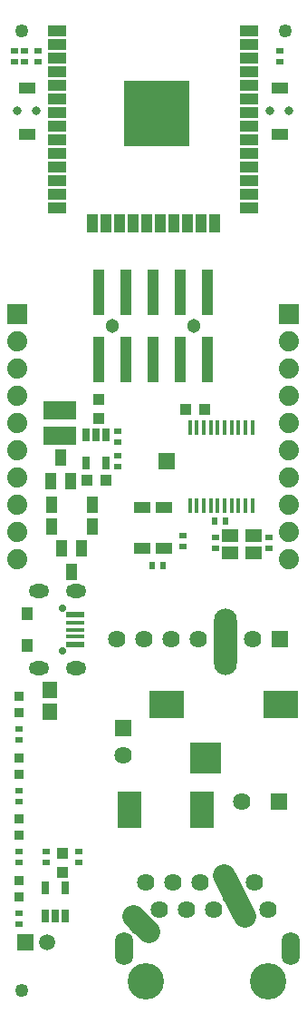
<source format=gbr>
G04 #@! TF.GenerationSoftware,KiCad,Pcbnew,5.1.0-rc2-unknown-036be7d~80~ubuntu16.04.1*
G04 #@! TF.CreationDate,2019-03-08T14:26:04+02:00*
G04 #@! TF.ProjectId,ESP32-PoE-ISO_Rev_B,45535033-322d-4506-9f45-2d49534f5f52,A*
G04 #@! TF.SameCoordinates,Original*
G04 #@! TF.FileFunction,Soldermask,Top*
G04 #@! TF.FilePolarity,Negative*
%FSLAX46Y46*%
G04 Gerber Fmt 4.6, Leading zero omitted, Abs format (unit mm)*
G04 Created by KiCad (PCBNEW 5.1.0-rc2-unknown-036be7d~80~ubuntu16.04.1) date 2019-03-08 14:26:04*
%MOMM*%
%LPD*%
G04 APERTURE LIST*
%ADD10C,1.401600*%
%ADD11C,2.101600*%
%ADD12R,6.101601X6.101601*%
%ADD13R,1.801600X1.001600*%
%ADD14R,1.001600X1.801600*%
%ADD15R,1.751600X0.601600*%
%ADD16R,1.751600X0.426600*%
%ADD17C,0.701600*%
%ADD18R,1.101600X1.201600*%
%ADD19O,1.901600X1.301600*%
%ADD20C,1.301600*%
%ADD21R,1.101600X4.351600*%
%ADD22R,1.601600X1.001600*%
%ADD23C,0.801600*%
%ADD24C,1.625600*%
%ADD25R,1.625600X1.625600*%
%ADD26R,2.901599X2.901599*%
%ADD27C,2.133600*%
%ADD28C,2.133600*%
%ADD29O,2.133600X6.197600*%
%ADD30R,0.651600X0.601600*%
%ADD31R,3.301600X2.601600*%
%ADD32R,1.501600X1.301600*%
%ADD33R,1.524000X1.524000*%
%ADD34R,3.101600X1.701600*%
%ADD35R,1.101600X1.501600*%
%ADD36R,1.117600X1.117600*%
%ADD37R,0.901600X0.901600*%
%ADD38C,1.254000*%
%ADD39R,2.301600X3.501600*%
%ADD40R,0.426600X1.371600*%
%ADD41R,0.651600X1.301600*%
%ADD42C,1.879600*%
%ADD43R,1.879600X1.879600*%
%ADD44R,0.601600X0.651600*%
%ADD45R,1.501600X1.501600*%
%ADD46C,1.501600*%
%ADD47R,1.371600X1.625600*%
%ADD48C,3.401601*%
%ADD49O,1.701600X3.101599*%
%ADD50R,1.501600X1.101600*%
G04 APERTURE END LIST*
D10*
X102099600Y-106834800D03*
D11*
X104411000Y-104498000D03*
D12*
X104440000Y-104485000D03*
D13*
X113140000Y-96825000D03*
X113140000Y-98095000D03*
X113140000Y-99365000D03*
X113140000Y-100635000D03*
X113140000Y-101905000D03*
X113140000Y-103175000D03*
X113140000Y-104445000D03*
X113140000Y-105715000D03*
X113140000Y-106985000D03*
X113140000Y-108255000D03*
X113140000Y-109525000D03*
X113140000Y-110795000D03*
X113140000Y-112065000D03*
X113140000Y-113335000D03*
D14*
X109870000Y-114785000D03*
X108600000Y-114785000D03*
X107330000Y-114785000D03*
X106060000Y-114785000D03*
X104790000Y-114785000D03*
X103520000Y-114785000D03*
X102250000Y-114785000D03*
X100980000Y-114785000D03*
X99710000Y-114785000D03*
X98440000Y-114785000D03*
D13*
X95140000Y-113295000D03*
X95140000Y-112025000D03*
X95140000Y-110755000D03*
X95140000Y-109485000D03*
X95140000Y-108215000D03*
X95140000Y-106945000D03*
X95140000Y-105675000D03*
X95140000Y-104405000D03*
X95140000Y-103135000D03*
X95140000Y-101865000D03*
X95140000Y-100595000D03*
X95140000Y-99325000D03*
X95140000Y-98055000D03*
X95140000Y-96785000D03*
D10*
X106773200Y-106834800D03*
X102099600Y-102135800D03*
X106773200Y-102135800D03*
X104411000Y-102135800D03*
X104411000Y-106834800D03*
X102099600Y-104371000D03*
X106773200Y-104371000D03*
D15*
X96876000Y-151266500D03*
D16*
X96876000Y-152004000D03*
X96876000Y-152654000D03*
X96876000Y-153304000D03*
D15*
X96876000Y-154041500D03*
D17*
X95626000Y-150654000D03*
X95626000Y-154654000D03*
D18*
X92326000Y-151154000D03*
X92326000Y-154154000D03*
D19*
X93476000Y-149054000D03*
X96946000Y-149054000D03*
X96946000Y-156254000D03*
X93476000Y-156254000D03*
D20*
X107950000Y-124333000D03*
D21*
X99060000Y-127458000D03*
X99060000Y-121208000D03*
X101600000Y-127458000D03*
X101600000Y-121208000D03*
X104140000Y-127458000D03*
X104140000Y-121208000D03*
X106680000Y-127458000D03*
X106680000Y-121208000D03*
X109220000Y-127458000D03*
X109220000Y-121208000D03*
D20*
X100330000Y-124333000D03*
D22*
X92321000Y-106444000D03*
X92321000Y-102090000D03*
D23*
X91421000Y-104267000D03*
X93221000Y-104267000D03*
D22*
X115959000Y-106444000D03*
X115959000Y-102090000D03*
D23*
X115059000Y-104267000D03*
X116859000Y-104267000D03*
D24*
X113411000Y-153543000D03*
D25*
X115951000Y-153543000D03*
D24*
X108331000Y-153543000D03*
X105791000Y-153543000D03*
X100711000Y-153543000D03*
X103251000Y-153543000D03*
D25*
X115923000Y-168656000D03*
D24*
X112423000Y-168656000D03*
D25*
X101346000Y-161818000D03*
D24*
X101346000Y-164318000D03*
D26*
X109077000Y-164592000D03*
D27*
X111696500Y-177419000D03*
D28*
X110716335Y-175495317D02*
X112676665Y-179342683D01*
D29*
X110871000Y-153733500D03*
D30*
X106934000Y-144907000D03*
X106934000Y-143891000D03*
D31*
X116094000Y-159639000D03*
X105394000Y-159639000D03*
D30*
X93345000Y-99695000D03*
X93345000Y-98679000D03*
D32*
X111338000Y-143853000D03*
X113538000Y-145453000D03*
X113538000Y-143853000D03*
X111338000Y-145453000D03*
D30*
X109982000Y-144018000D03*
X109982000Y-145034000D03*
D33*
X105410000Y-136906000D03*
D30*
X114935000Y-145034000D03*
X114935000Y-144018000D03*
X115951000Y-98679000D03*
X115951000Y-99695000D03*
D34*
X95377000Y-132150000D03*
X95377000Y-134550000D03*
D35*
X97469960Y-145069560D03*
X95567500Y-145069560D03*
X96522540Y-147279360D03*
X94554040Y-138775440D03*
X96456500Y-138775440D03*
X95501460Y-136565640D03*
D36*
X107188000Y-132080000D03*
X108966000Y-132080000D03*
D37*
X91567000Y-177546000D03*
X91567000Y-176022000D03*
D36*
X99060000Y-132969000D03*
X99060000Y-131191000D03*
D37*
X91567000Y-171831000D03*
X91567000Y-170307000D03*
D38*
X91821000Y-96774000D03*
X116459000Y-96774000D03*
X91821000Y-186309000D03*
D39*
X108683000Y-169418000D03*
X101883000Y-169418000D03*
D40*
X107565000Y-133794500D03*
X108215000Y-133794500D03*
X108865000Y-133794500D03*
X109515000Y-133794500D03*
X110165000Y-133794500D03*
X110815000Y-133794500D03*
X111465000Y-133794500D03*
X112115000Y-133794500D03*
X112765000Y-133794500D03*
X113415000Y-133794500D03*
X113415000Y-141033500D03*
X112765000Y-141033500D03*
X112115000Y-141033500D03*
X111465000Y-141033500D03*
X110815000Y-141033500D03*
X110165000Y-141033500D03*
X109515000Y-141033500D03*
X108865000Y-141033500D03*
X108215000Y-141033500D03*
X107565000Y-141033500D03*
D41*
X99756000Y-134463000D03*
X98806000Y-134463000D03*
X97856000Y-134463000D03*
X99756000Y-137063000D03*
X97856000Y-137063000D03*
D36*
X95631000Y-173482000D03*
X95631000Y-175260000D03*
X99695000Y-138684000D03*
X97917000Y-138684000D03*
D42*
X91440000Y-130840000D03*
X91440000Y-128300000D03*
X91440000Y-125760000D03*
D43*
X91440000Y-123220000D03*
D42*
X91440000Y-133380000D03*
X91440000Y-135920000D03*
X91440000Y-141000000D03*
X91440000Y-138460000D03*
X91440000Y-143540000D03*
X91440000Y-146080000D03*
X116840000Y-130840000D03*
X116840000Y-128300000D03*
X116840000Y-125760000D03*
D43*
X116840000Y-123220000D03*
D42*
X116840000Y-133380000D03*
X116840000Y-135920000D03*
X116840000Y-141000000D03*
X116840000Y-138460000D03*
X116840000Y-143540000D03*
X116840000Y-146080000D03*
D44*
X110871000Y-142494000D03*
X109855000Y-142494000D03*
X104013000Y-146685000D03*
X105029000Y-146685000D03*
D30*
X91567000Y-180086000D03*
X91567000Y-179070000D03*
X91567000Y-168656000D03*
X91567000Y-167640000D03*
X91567000Y-162941000D03*
X91567000Y-161925000D03*
X91567000Y-174371000D03*
X91567000Y-173355000D03*
X100838000Y-134112000D03*
X100838000Y-135128000D03*
X100838000Y-137414000D03*
X100838000Y-136398000D03*
X97155000Y-173355000D03*
X97155000Y-174371000D03*
D45*
X92209620Y-181759860D03*
D46*
X94221300Y-181757320D03*
D37*
X91567000Y-160401000D03*
X91567000Y-158877000D03*
X91567000Y-166116000D03*
X91567000Y-164592000D03*
D47*
X94488000Y-158242000D03*
X94488000Y-160274000D03*
D41*
X94046000Y-179354000D03*
X94996000Y-179354000D03*
X95946000Y-179354000D03*
X94046000Y-176754000D03*
X95946000Y-176754000D03*
D30*
X94107000Y-174371000D03*
X94107000Y-173355000D03*
X91186000Y-98679000D03*
X91186000Y-99695000D03*
X92075000Y-99695000D03*
X92075000Y-98679000D03*
D35*
X98420000Y-143002000D03*
X94620000Y-143002000D03*
X94620000Y-140970000D03*
X98420000Y-140970000D03*
D48*
X114915000Y-185443000D03*
X103485000Y-185443000D03*
D49*
X117000000Y-182393000D03*
X101400000Y-182393000D03*
D24*
X114915000Y-178793000D03*
X113645000Y-176253000D03*
X109835000Y-178793000D03*
X108565000Y-176253000D03*
X107295000Y-178793000D03*
X106025000Y-176253000D03*
X104755000Y-178793000D03*
X103485000Y-176253000D03*
D27*
X102971600Y-180098700D03*
D28*
X102253180Y-179380280D02*
X103690020Y-180817120D01*
D50*
X103124000Y-141229000D03*
X103124000Y-145029000D03*
X105156000Y-145029000D03*
X105156000Y-141229000D03*
M02*

</source>
